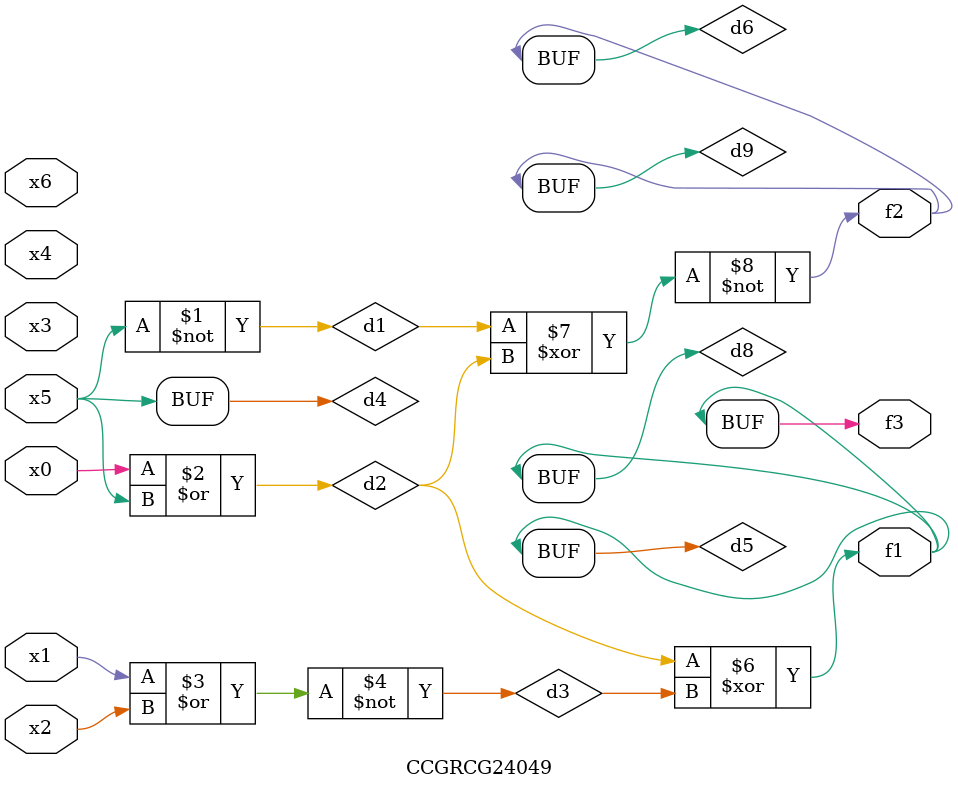
<source format=v>
module CCGRCG24049(
	input x0, x1, x2, x3, x4, x5, x6,
	output f1, f2, f3
);

	wire d1, d2, d3, d4, d5, d6, d7, d8, d9;

	nand (d1, x5);
	or (d2, x0, x5);
	nor (d3, x1, x2);
	xnor (d4, d1);
	xor (d5, d2, d3);
	xnor (d6, d1, d2);
	not (d7, x4);
	buf (d8, d5);
	xor (d9, d6);
	assign f1 = d8;
	assign f2 = d9;
	assign f3 = d8;
endmodule

</source>
